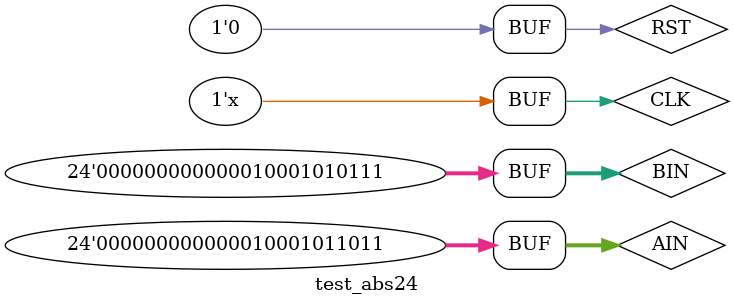
<source format=v>
`timescale 1ns/1ps

module test_abs24;

parameter CLK_PERIOD = 10;

	
reg           CLK, RST;
reg   [23:0]  AIN, BIN;
wire  [47:0]  ABS_SUM_OUT;//1, ABS_SUM_OUT2;


abs24 test(.CLK(CLK), .RST(RST), .AIN(AIN), .BIN(BIN), 
.ABS_SUM_OUT(ABS_SUM_OUT));//, .ABS_SUM_OUT2(ABS_SUM_OUT2));

initial 
begin
CLK <= 1'b0;
RST <= 1'b1;
#20 RST <= 1'b0;
end

initial 
begin


end


always
#(CLK_PERIOD/2) CLK = ~CLK;

initial
begin

#15 AIN <= 24'd3;//24'd512; 
#65 AIN <= 24'd2020;
#65 AIN <= 24'd10;
#65 AIN <= 24'd1115;

end

initial
begin

#15 BIN <= 24'd5;//24'd514; 
#65 BIN <= 24'd2000;
#65 BIN <= 24'd14;
#65 BIN <= 24'd1111;

end

initial 

$monitor ($time, "clk=%b", CLK, " ABS_SUM_OUT = %h", ABS_SUM_OUT);
endmodule


</source>
